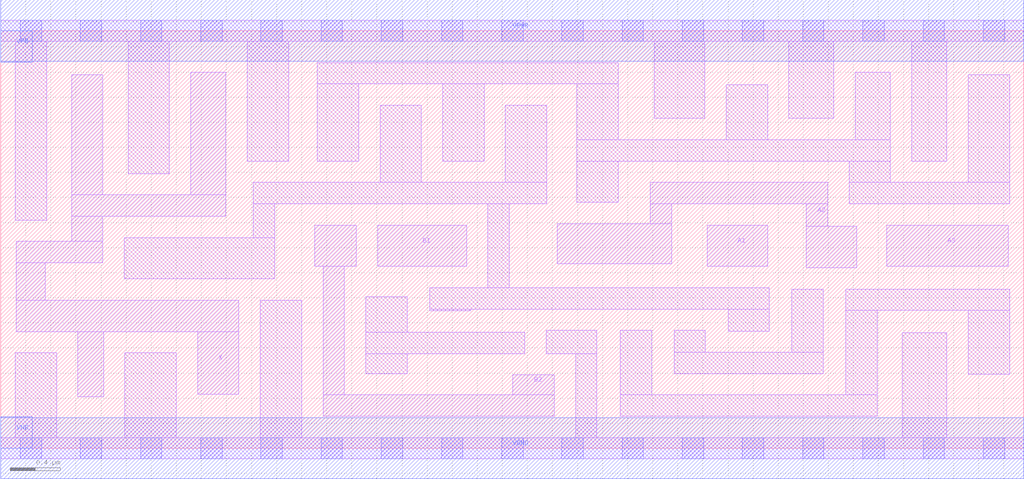
<source format=lef>
# Copyright 2020 The SkyWater PDK Authors
#
# Licensed under the Apache License, Version 2.0 (the "License");
# you may not use this file except in compliance with the License.
# You may obtain a copy of the License at
#
#     https://www.apache.org/licenses/LICENSE-2.0
#
# Unless required by applicable law or agreed to in writing, software
# distributed under the License is distributed on an "AS IS" BASIS,
# WITHOUT WARRANTIES OR CONDITIONS OF ANY KIND, either express or implied.
# See the License for the specific language governing permissions and
# limitations under the License.
#
# SPDX-License-Identifier: Apache-2.0

VERSION 5.5 ;
NAMESCASESENSITIVE ON ;
BUSBITCHARS "[]" ;
DIVIDERCHAR "/" ;
MACRO sky130_fd_sc_ms__a32o_4
  CLASS CORE ;
  SOURCE USER ;
  ORIGIN  0.000000  0.000000 ;
  SIZE  8.160000 BY  3.330000 ;
  SYMMETRY X Y ;
  SITE unit ;
  PIN A1
    ANTENNAGATEAREA  0.492000 ;
    DIRECTION INPUT ;
    USE SIGNAL ;
    PORT
      LAYER li1 ;
        RECT 5.635000 1.450000 6.115000 1.780000 ;
    END
  END A1
  PIN A2
    ANTENNAGATEAREA  0.492000 ;
    DIRECTION INPUT ;
    USE SIGNAL ;
    PORT
      LAYER li1 ;
        RECT 4.440000 1.470000 5.350000 1.790000 ;
        RECT 5.180000 1.790000 5.350000 1.950000 ;
        RECT 5.180000 1.950000 6.595000 2.120000 ;
        RECT 6.425000 1.440000 6.825000 1.770000 ;
        RECT 6.425000 1.770000 6.595000 1.950000 ;
    END
  END A2
  PIN A3
    ANTENNAGATEAREA  0.492000 ;
    DIRECTION INPUT ;
    USE SIGNAL ;
    PORT
      LAYER li1 ;
        RECT 7.065000 1.450000 8.035000 1.780000 ;
    END
  END A3
  PIN B1
    ANTENNAGATEAREA  0.492000 ;
    DIRECTION INPUT ;
    USE SIGNAL ;
    PORT
      LAYER li1 ;
        RECT 3.005000 1.450000 3.715000 1.780000 ;
    END
  END B1
  PIN B2
    ANTENNAGATEAREA  0.492000 ;
    DIRECTION INPUT ;
    USE SIGNAL ;
    PORT
      LAYER li1 ;
        RECT 2.505000 1.450000 2.835000 1.780000 ;
        RECT 2.570000 0.255000 4.415000 0.425000 ;
        RECT 2.570000 0.425000 2.740000 1.450000 ;
        RECT 4.085000 0.425000 4.415000 0.585000 ;
    END
  END B2
  PIN X
    ANTENNADIFFAREA  1.097500 ;
    DIRECTION OUTPUT ;
    USE SIGNAL ;
    PORT
      LAYER li1 ;
        RECT 0.125000 0.930000 1.900000 1.180000 ;
        RECT 0.125000 1.180000 0.355000 1.480000 ;
        RECT 0.125000 1.480000 0.815000 1.650000 ;
        RECT 0.565000 1.650000 0.815000 1.850000 ;
        RECT 0.565000 1.850000 1.795000 2.020000 ;
        RECT 0.565000 2.020000 0.815000 2.980000 ;
        RECT 0.615000 0.410000 0.820000 0.930000 ;
        RECT 1.515000 2.020000 1.795000 3.000000 ;
        RECT 1.570000 0.430000 1.900000 0.930000 ;
    END
  END X
  PIN VGND
    DIRECTION INOUT ;
    USE GROUND ;
    PORT
      LAYER met1 ;
        RECT 0.000000 -0.245000 8.160000 0.245000 ;
    END
  END VGND
  PIN VNB
    DIRECTION INOUT ;
    USE GROUND ;
    PORT
    END
  END VNB
  PIN VPB
    DIRECTION INOUT ;
    USE POWER ;
    PORT
    END
  END VPB
  PIN VNB
    DIRECTION INOUT ;
    USE GROUND ;
    PORT
      LAYER met1 ;
        RECT 0.000000 0.000000 0.250000 0.250000 ;
    END
  END VNB
  PIN VPB
    DIRECTION INOUT ;
    USE POWER ;
    PORT
      LAYER met1 ;
        RECT 0.000000 3.080000 0.250000 3.330000 ;
    END
  END VPB
  PIN VPWR
    DIRECTION INOUT ;
    USE POWER ;
    PORT
      LAYER met1 ;
        RECT 0.000000 3.085000 8.160000 3.575000 ;
    END
  END VPWR
  OBS
    LAYER li1 ;
      RECT 0.000000 -0.085000 8.160000 0.085000 ;
      RECT 0.000000  3.245000 8.160000 3.415000 ;
      RECT 0.115000  0.085000 0.445000 0.760000 ;
      RECT 0.115000  1.820000 0.365000 3.245000 ;
      RECT 0.985000  1.350000 2.185000 1.680000 ;
      RECT 0.990000  0.085000 1.400000 0.760000 ;
      RECT 1.015000  2.190000 1.345000 3.245000 ;
      RECT 1.965000  2.290000 2.295000 3.245000 ;
      RECT 2.015000  1.680000 2.185000 1.950000 ;
      RECT 2.015000  1.950000 4.355000 2.120000 ;
      RECT 2.070000  0.085000 2.400000 1.180000 ;
      RECT 2.525000  2.290000 2.855000 2.905000 ;
      RECT 2.525000  2.905000 4.925000 3.075000 ;
      RECT 2.910000  0.595000 3.240000 0.755000 ;
      RECT 2.910000  0.755000 4.180000 0.925000 ;
      RECT 2.910000  0.925000 3.240000 1.210000 ;
      RECT 3.025000  2.120000 3.355000 2.735000 ;
      RECT 3.420000  1.095000 3.750000 1.110000 ;
      RECT 3.420000  1.110000 6.130000 1.280000 ;
      RECT 3.525000  2.290000 3.855000 2.905000 ;
      RECT 3.885000  1.280000 4.055000 1.950000 ;
      RECT 4.025000  2.120000 4.355000 2.735000 ;
      RECT 4.350000  0.755000 4.755000 0.940000 ;
      RECT 4.585000  0.085000 4.755000 0.755000 ;
      RECT 4.595000  1.960000 4.925000 2.290000 ;
      RECT 4.595000  2.290000 7.095000 2.460000 ;
      RECT 4.595000  2.460000 4.925000 2.905000 ;
      RECT 4.940000  0.255000 6.990000 0.425000 ;
      RECT 4.940000  0.425000 5.190000 0.940000 ;
      RECT 5.210000  2.630000 5.615000 3.245000 ;
      RECT 5.370000  0.595000 6.560000 0.765000 ;
      RECT 5.370000  0.765000 5.620000 0.940000 ;
      RECT 5.785000  2.460000 6.115000 2.900000 ;
      RECT 5.800000  0.935000 6.130000 1.110000 ;
      RECT 6.285000  2.630000 6.645000 3.245000 ;
      RECT 6.310000  0.765000 6.560000 1.270000 ;
      RECT 6.740000  0.425000 6.990000 1.100000 ;
      RECT 6.740000  1.100000 8.045000 1.270000 ;
      RECT 6.765000  1.950000 8.045000 2.120000 ;
      RECT 6.765000  2.120000 7.095000 2.290000 ;
      RECT 6.815000  2.460000 7.095000 3.000000 ;
      RECT 7.190000  0.085000 7.545000 0.920000 ;
      RECT 7.265000  2.290000 7.545000 3.245000 ;
      RECT 7.715000  0.590000 8.045000 1.100000 ;
      RECT 7.715000  2.120000 8.045000 2.980000 ;
    LAYER mcon ;
      RECT 0.155000 -0.085000 0.325000 0.085000 ;
      RECT 0.155000  3.245000 0.325000 3.415000 ;
      RECT 0.635000 -0.085000 0.805000 0.085000 ;
      RECT 0.635000  3.245000 0.805000 3.415000 ;
      RECT 1.115000 -0.085000 1.285000 0.085000 ;
      RECT 1.115000  3.245000 1.285000 3.415000 ;
      RECT 1.595000 -0.085000 1.765000 0.085000 ;
      RECT 1.595000  3.245000 1.765000 3.415000 ;
      RECT 2.075000 -0.085000 2.245000 0.085000 ;
      RECT 2.075000  3.245000 2.245000 3.415000 ;
      RECT 2.555000 -0.085000 2.725000 0.085000 ;
      RECT 2.555000  3.245000 2.725000 3.415000 ;
      RECT 3.035000 -0.085000 3.205000 0.085000 ;
      RECT 3.035000  3.245000 3.205000 3.415000 ;
      RECT 3.515000 -0.085000 3.685000 0.085000 ;
      RECT 3.515000  3.245000 3.685000 3.415000 ;
      RECT 3.995000 -0.085000 4.165000 0.085000 ;
      RECT 3.995000  3.245000 4.165000 3.415000 ;
      RECT 4.475000 -0.085000 4.645000 0.085000 ;
      RECT 4.475000  3.245000 4.645000 3.415000 ;
      RECT 4.955000 -0.085000 5.125000 0.085000 ;
      RECT 4.955000  3.245000 5.125000 3.415000 ;
      RECT 5.435000 -0.085000 5.605000 0.085000 ;
      RECT 5.435000  3.245000 5.605000 3.415000 ;
      RECT 5.915000 -0.085000 6.085000 0.085000 ;
      RECT 5.915000  3.245000 6.085000 3.415000 ;
      RECT 6.395000 -0.085000 6.565000 0.085000 ;
      RECT 6.395000  3.245000 6.565000 3.415000 ;
      RECT 6.875000 -0.085000 7.045000 0.085000 ;
      RECT 6.875000  3.245000 7.045000 3.415000 ;
      RECT 7.355000 -0.085000 7.525000 0.085000 ;
      RECT 7.355000  3.245000 7.525000 3.415000 ;
      RECT 7.835000 -0.085000 8.005000 0.085000 ;
      RECT 7.835000  3.245000 8.005000 3.415000 ;
  END
END sky130_fd_sc_ms__a32o_4
END LIBRARY

</source>
